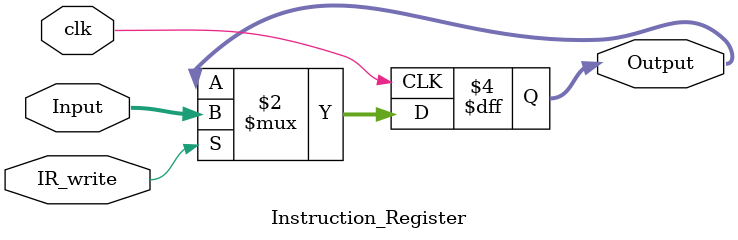
<source format=v>
module Instruction_Register(
    input clk, // clock input
    input IR_write, // instruction register write enable
    input [31:0] Input, // instruction input
    output reg [31:0] Output // instruction output
);
always @(posedge clk) begin
    if (IR_write) begin
       Output <= Input;
    end
end

endmodule

</source>
